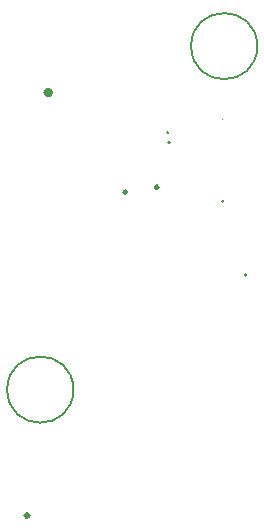
<source format=gbr>
%TF.GenerationSoftware,KiCad,Pcbnew,8.0.0*%
%TF.CreationDate,2024-06-24T23:08:17-07:00*%
%TF.ProjectId,lyrav3r2,6c797261-7633-4723-922e-6b696361645f,rev?*%
%TF.SameCoordinates,Original*%
%TF.FileFunction,Other,Comment*%
%FSLAX46Y46*%
G04 Gerber Fmt 4.6, Leading zero omitted, Abs format (unit mm)*
G04 Created by KiCad (PCBNEW 8.0.0) date 2024-06-24 23:08:17*
%MOMM*%
%LPD*%
G01*
G04 APERTURE LIST*
%ADD10C,0.400000*%
%ADD11C,0.150000*%
%ADD12C,0.200000*%
%ADD13C,0.140000*%
%ADD14C,0.060000*%
%ADD15C,0.250000*%
%ADD16C,0.300000*%
G04 APERTURE END LIST*
D10*
%TO.C,U1*%
X4223400Y40155200D02*
G75*
G02*
X3823400Y40155200I-200000J0D01*
G01*
X3823400Y40155200D02*
G75*
G02*
X4223400Y40155200I200000J0D01*
G01*
D11*
%TO.C,H1*%
X21730200Y44088400D02*
G75*
G02*
X16130200Y44088400I-2800000J0D01*
G01*
X16130200Y44088400D02*
G75*
G02*
X21730200Y44088400I2800000J0D01*
G01*
%TO.C,H2*%
X6160000Y15005400D02*
G75*
G02*
X560000Y15005400I-2800000J0D01*
G01*
X560000Y15005400D02*
G75*
G02*
X6160000Y15005400I2800000J0D01*
G01*
D12*
%TO.C,U10*%
X14380000Y35935000D02*
G75*
G02*
X14180000Y35935000I-100000J0D01*
G01*
X14180000Y35935000D02*
G75*
G02*
X14380000Y35935000I100000J0D01*
G01*
D13*
%TO.C,FL1*%
X14210000Y36765000D02*
G75*
G02*
X14070000Y36765000I-70000J0D01*
G01*
X14070000Y36765000D02*
G75*
G02*
X14210000Y36765000I70000J0D01*
G01*
D12*
%TO.C,X2*%
X20826800Y24725500D02*
G75*
G02*
X20626800Y24725500I-100000J0D01*
G01*
X20626800Y24725500D02*
G75*
G02*
X20826800Y24725500I100000J0D01*
G01*
D14*
%TO.C,AE2*%
X18820000Y37846800D02*
G75*
G02*
X18760000Y37846800I-30000J0D01*
G01*
X18760000Y37846800D02*
G75*
G02*
X18820000Y37846800I30000J0D01*
G01*
D15*
%TO.C,U2*%
X13350000Y32140000D02*
G75*
G02*
X13090000Y32140000I-130000J0D01*
G01*
X13090000Y32140000D02*
G75*
G02*
X13350000Y32140000I130000J0D01*
G01*
%TO.C,U5*%
X10670000Y31725000D02*
G75*
G02*
X10430000Y31725000I-120000J0D01*
G01*
X10430000Y31725000D02*
G75*
G02*
X10670000Y31725000I120000J0D01*
G01*
D16*
%TO.C,U6*%
X2390000Y4325000D02*
G75*
G02*
X2090000Y4325000I-150000J0D01*
G01*
X2090000Y4325000D02*
G75*
G02*
X2390000Y4325000I150000J0D01*
G01*
D11*
%TO.C,U4*%
X18887500Y30975000D02*
G75*
G02*
X18747500Y30975000I-70000J0D01*
G01*
X18747500Y30975000D02*
G75*
G02*
X18887500Y30975000I70000J0D01*
G01*
%TD*%
M02*

</source>
